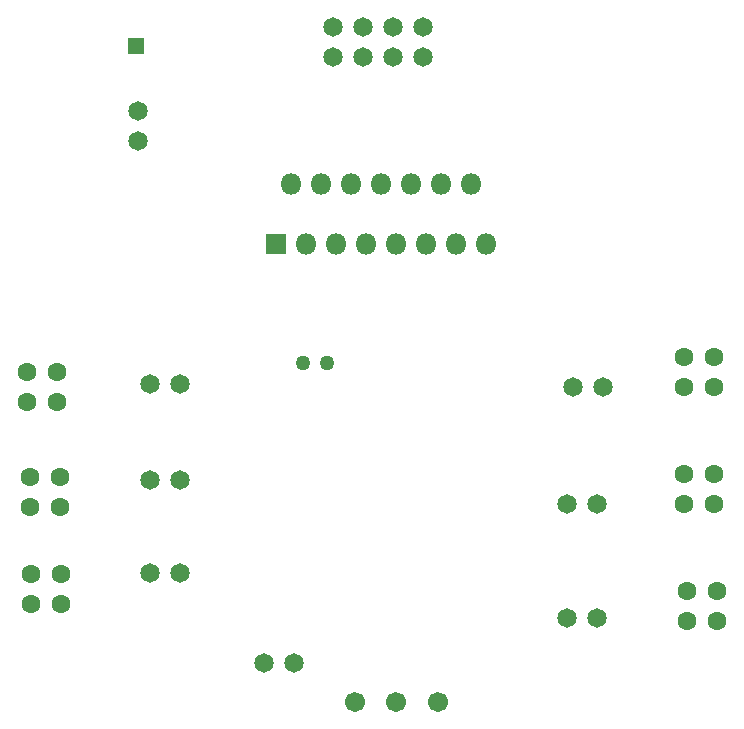
<source format=gbs>
%TF.GenerationSoftware,KiCad,Pcbnew,(6.0.9)*%
%TF.CreationDate,2022-12-21T18:09:38-05:00*%
%TF.ProjectId,MotorTestingFixture,4d6f746f-7254-4657-9374-696e67466978,v1*%
%TF.SameCoordinates,Original*%
%TF.FileFunction,Soldermask,Bot*%
%TF.FilePolarity,Negative*%
%FSLAX46Y46*%
G04 Gerber Fmt 4.6, Leading zero omitted, Abs format (unit mm)*
G04 Created by KiCad (PCBNEW (6.0.9)) date 2022-12-21 18:09:38*
%MOMM*%
%LPD*%
G01*
G04 APERTURE LIST*
%ADD10C,1.701800*%
%ADD11C,1.270000*%
%ADD12C,1.651000*%
%ADD13C,1.600200*%
%ADD14R,1.800000X1.800000*%
%ADD15O,1.800000X1.800000*%
%ADD16R,1.390000X1.390000*%
G04 APERTURE END LIST*
D10*
%TO.C,J4*%
X136088001Y-102362000D03*
X132588000Y-102362000D03*
X129088000Y-102362000D03*
%TD*%
D11*
%TO.C,C1*%
X124714000Y-73660000D03*
X126714000Y-73660000D03*
%TD*%
D12*
%TO.C,J10*%
X147066000Y-95250000D03*
X149606000Y-95250000D03*
%TD*%
D13*
%TO.C,J13*%
X104177501Y-91567000D03*
X104177501Y-94107000D03*
X101637501Y-91567000D03*
X101637501Y-94107000D03*
%TD*%
D14*
%TO.C,U1*%
X122390000Y-63630000D03*
D15*
X123660000Y-58550000D03*
X124930000Y-63630000D03*
X126200000Y-58550000D03*
X127470000Y-63630000D03*
X128740000Y-58550000D03*
X130010000Y-63630000D03*
X131280000Y-58550000D03*
X132550000Y-63630000D03*
X133820000Y-58550000D03*
X135090000Y-63630000D03*
X136360000Y-58550000D03*
X137630000Y-63630000D03*
X138900000Y-58550000D03*
X140170000Y-63630000D03*
%TD*%
D13*
%TO.C,J15*%
X156972000Y-75692000D03*
X156972000Y-73152000D03*
X159512000Y-75692000D03*
X159512000Y-73152000D03*
%TD*%
D12*
%TO.C,J11*%
X147066000Y-85598000D03*
X149606000Y-85598000D03*
%TD*%
D13*
%TO.C,J17*%
X157226000Y-95504000D03*
X157226000Y-92964000D03*
X159766000Y-95504000D03*
X159766000Y-92964000D03*
%TD*%
D12*
%TO.C,J7*%
X111760000Y-91440000D03*
X114300000Y-91440000D03*
%TD*%
D13*
%TO.C,J12*%
X103886000Y-74422000D03*
X103886000Y-76962000D03*
X101346000Y-74422000D03*
X101346000Y-76962000D03*
%TD*%
D16*
%TO.C,J1*%
X110550000Y-46850000D03*
%TD*%
D12*
%TO.C,J8*%
X111760000Y-83566000D03*
X114300000Y-83566000D03*
%TD*%
%TO.C,J3*%
X110744000Y-54864000D03*
X110744000Y-52324000D03*
%TD*%
%TO.C,J5*%
X123952000Y-99060000D03*
X121412000Y-99060000D03*
%TD*%
%TO.C,J6*%
X111760000Y-75438000D03*
X114300000Y-75438000D03*
%TD*%
D13*
%TO.C,J16*%
X156972000Y-85598000D03*
X156972000Y-83058000D03*
X159512000Y-85598000D03*
X159512000Y-83058000D03*
%TD*%
D12*
%TO.C,J9*%
X147574000Y-75692000D03*
X150114000Y-75692000D03*
%TD*%
%TO.C,J2*%
X127254000Y-45212000D03*
X127254000Y-47752000D03*
X129794000Y-45212000D03*
X129794000Y-47752000D03*
X132334000Y-45212000D03*
X132334000Y-47752000D03*
X134874000Y-45212000D03*
X134874000Y-47752000D03*
%TD*%
D13*
%TO.C,J14*%
X104140000Y-83312000D03*
X104140000Y-85852000D03*
X101600000Y-83312000D03*
X101600000Y-85852000D03*
%TD*%
M02*

</source>
